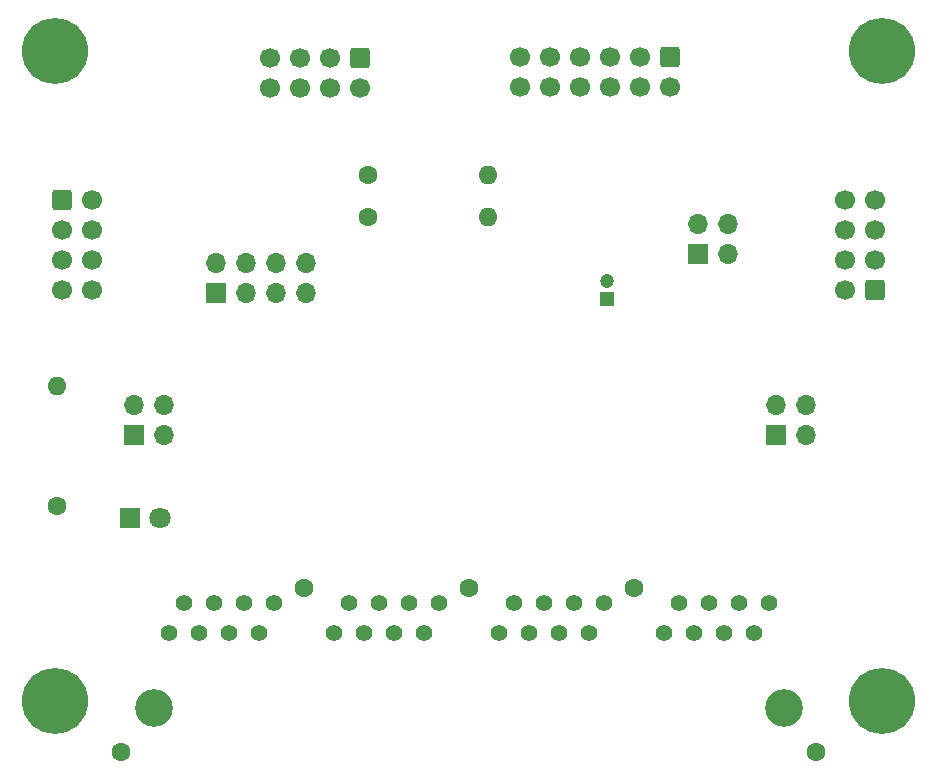
<source format=gbs>
%TF.GenerationSoftware,KiCad,Pcbnew,(6.0.4)*%
%TF.CreationDate,2022-04-04T21:53:05+02:00*%
%TF.ProjectId,SWITCH_INPUT_BOARD,53574954-4348-45f4-994e-5055545f424f,rev?*%
%TF.SameCoordinates,Original*%
%TF.FileFunction,Soldermask,Bot*%
%TF.FilePolarity,Negative*%
%FSLAX46Y46*%
G04 Gerber Fmt 4.6, Leading zero omitted, Abs format (unit mm)*
G04 Created by KiCad (PCBNEW (6.0.4)) date 2022-04-04 21:53:05*
%MOMM*%
%LPD*%
G01*
G04 APERTURE LIST*
G04 Aperture macros list*
%AMRoundRect*
0 Rectangle with rounded corners*
0 $1 Rounding radius*
0 $2 $3 $4 $5 $6 $7 $8 $9 X,Y pos of 4 corners*
0 Add a 4 corners polygon primitive as box body*
4,1,4,$2,$3,$4,$5,$6,$7,$8,$9,$2,$3,0*
0 Add four circle primitives for the rounded corners*
1,1,$1+$1,$2,$3*
1,1,$1+$1,$4,$5*
1,1,$1+$1,$6,$7*
1,1,$1+$1,$8,$9*
0 Add four rect primitives between the rounded corners*
20,1,$1+$1,$2,$3,$4,$5,0*
20,1,$1+$1,$4,$5,$6,$7,0*
20,1,$1+$1,$6,$7,$8,$9,0*
20,1,$1+$1,$8,$9,$2,$3,0*%
G04 Aperture macros list end*
%ADD10C,1.600000*%
%ADD11O,1.600000X1.600000*%
%ADD12RoundRect,0.250000X-0.600000X0.600000X-0.600000X-0.600000X0.600000X-0.600000X0.600000X0.600000X0*%
%ADD13C,1.700000*%
%ADD14C,5.600000*%
%ADD15C,1.600200*%
%ADD16C,3.200400*%
%ADD17C,1.397000*%
%ADD18RoundRect,0.250000X-0.600000X-0.600000X0.600000X-0.600000X0.600000X0.600000X-0.600000X0.600000X0*%
%ADD19RoundRect,0.250000X0.600000X0.600000X-0.600000X0.600000X-0.600000X-0.600000X0.600000X-0.600000X0*%
%ADD20R,1.200000X1.200000*%
%ADD21C,1.200000*%
%ADD22R,1.800000X1.800000*%
%ADD23C,1.800000*%
%ADD24R,1.700000X1.700000*%
%ADD25O,1.700000X1.700000*%
G04 APERTURE END LIST*
D10*
X98150000Y-103500000D03*
D11*
X98150000Y-93340000D03*
D10*
X124500000Y-75500000D03*
D11*
X134660000Y-75500000D03*
D12*
X150050000Y-65500000D03*
D13*
X150050000Y-68040000D03*
X147510000Y-65500000D03*
X147510000Y-68040000D03*
X144970000Y-65500000D03*
X144970000Y-68040000D03*
X142430000Y-65500000D03*
X142430000Y-68040000D03*
X139890000Y-65500000D03*
X139890000Y-68040000D03*
X137350000Y-65500000D03*
X137350000Y-68040000D03*
D10*
X124500000Y-79000000D03*
D11*
X134660000Y-79000000D03*
D14*
X168000000Y-120000000D03*
X168000000Y-65000000D03*
X98000000Y-65000000D03*
X98000000Y-120000000D03*
D15*
X103561400Y-124333000D03*
X162438600Y-124333000D03*
X133000000Y-110490000D03*
D16*
X106330000Y-120650000D03*
D15*
X146970000Y-110490000D03*
X119030000Y-110490000D03*
D16*
X159670000Y-120650000D03*
D17*
X107600000Y-114300000D03*
X108870000Y-111760000D03*
X110140000Y-114300000D03*
X111410000Y-111760000D03*
X112680000Y-114300000D03*
X113950000Y-111760000D03*
X115220000Y-114300000D03*
X116490000Y-111760000D03*
X121570000Y-114300000D03*
X122840000Y-111760000D03*
X124110000Y-114300000D03*
X125380000Y-111760000D03*
X126650000Y-114300000D03*
X127920000Y-111760000D03*
X129190000Y-114300000D03*
X130460000Y-111760000D03*
X135540000Y-114300000D03*
X136810000Y-111760000D03*
X138080000Y-114300000D03*
X139350000Y-111760000D03*
X140620000Y-114300000D03*
X141890000Y-111760000D03*
X143160000Y-114300000D03*
X144430000Y-111760000D03*
X149510000Y-114300000D03*
X150780000Y-111760000D03*
X152050000Y-114300000D03*
X153320000Y-111760000D03*
X154590000Y-114300000D03*
X155860000Y-111760000D03*
X157130000Y-114300000D03*
X158400000Y-111760000D03*
D18*
X98600000Y-77600000D03*
D13*
X101140000Y-77600000D03*
X98600000Y-80140000D03*
X101140000Y-80140000D03*
X98600000Y-82680000D03*
X101140000Y-82680000D03*
X98600000Y-85220000D03*
X101140000Y-85220000D03*
D19*
X167400000Y-85200000D03*
D13*
X164860000Y-85200000D03*
X167400000Y-82660000D03*
X164860000Y-82660000D03*
X167400000Y-80120000D03*
X164860000Y-80120000D03*
X167400000Y-77580000D03*
X164860000Y-77580000D03*
D12*
X123750000Y-65550000D03*
D13*
X123750000Y-68090000D03*
X121210000Y-65550000D03*
X121210000Y-68090000D03*
X118670000Y-65550000D03*
X118670000Y-68090000D03*
X116130000Y-65550000D03*
X116130000Y-68090000D03*
D20*
X144700000Y-86000000D03*
D21*
X144700000Y-84500000D03*
D22*
X104300000Y-104500000D03*
D23*
X106840000Y-104500000D03*
D24*
X111630000Y-85510000D03*
D25*
X111630000Y-82970000D03*
X114170000Y-85510000D03*
X114170000Y-82970000D03*
X116710000Y-85510000D03*
X116710000Y-82970000D03*
X119250000Y-85510000D03*
X119250000Y-82970000D03*
D24*
X159000000Y-97500000D03*
D25*
X159000000Y-94960000D03*
X161540000Y-97500000D03*
X161540000Y-94960000D03*
D24*
X104650000Y-97500000D03*
D25*
X104650000Y-94960000D03*
X107190000Y-97500000D03*
X107190000Y-94960000D03*
D24*
X152400000Y-82200000D03*
D25*
X152400000Y-79660000D03*
X154940000Y-82200000D03*
X154940000Y-79660000D03*
M02*

</source>
